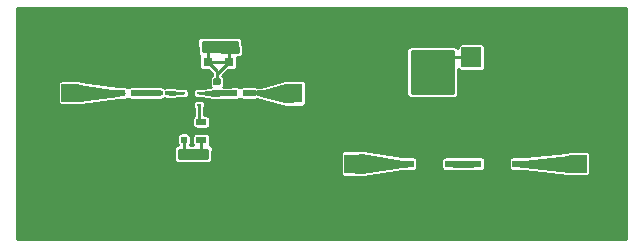
<source format=gtl>
G04 #@! TF.GenerationSoftware,KiCad,Pcbnew,(5.0.1)-4*
G04 #@! TF.CreationDate,2019-05-20T12:51:24-07:00*
G04 #@! TF.ProjectId,Tripler_circuit,547269706C65725F636972637569742E,rev?*
G04 #@! TF.SameCoordinates,Original*
G04 #@! TF.FileFunction,Copper,L1,Top,Signal*
G04 #@! TF.FilePolarity,Positive*
%FSLAX46Y46*%
G04 Gerber Fmt 4.6, Leading zero omitted, Abs format (unit mm)*
G04 Created by KiCad (PCBNEW (5.0.1)-4) date 5/20/2019 12:51:24 PM*
%MOMM*%
%LPD*%
G01*
G04 APERTURE LIST*
G04 #@! TA.AperFunction,SMDPad,CuDef*
%ADD10R,1.520000X1.650000*%
G04 #@! TD*
G04 #@! TA.AperFunction,ViaPad*
%ADD11C,0.600000*%
G04 #@! TD*
G04 #@! TA.AperFunction,SMDPad,CuDef*
%ADD12R,1.900000X1.900000*%
G04 #@! TD*
G04 #@! TA.AperFunction,SMDPad,CuDef*
%ADD13R,1.500000X1.500000*%
G04 #@! TD*
G04 #@! TA.AperFunction,SMDPad,CuDef*
%ADD14R,0.990000X0.610000*%
G04 #@! TD*
G04 #@! TA.AperFunction,SMDPad,CuDef*
%ADD15R,1.750000X0.990000*%
G04 #@! TD*
G04 #@! TA.AperFunction,ComponentPad*
%ADD16C,0.600000*%
G04 #@! TD*
G04 #@! TA.AperFunction,Conductor*
%ADD17C,0.200000*%
G04 #@! TD*
G04 #@! TA.AperFunction,SMDPad,CuDef*
%ADD18C,0.590000*%
G04 #@! TD*
G04 #@! TA.AperFunction,SMDPad,CuDef*
%ADD19R,0.600000X0.500000*%
G04 #@! TD*
G04 #@! TA.AperFunction,SMDPad,CuDef*
%ADD20R,0.500000X0.600000*%
G04 #@! TD*
G04 #@! TA.AperFunction,SMDPad,CuDef*
%ADD21R,0.800000X0.750000*%
G04 #@! TD*
G04 #@! TA.AperFunction,SMDPad,CuDef*
%ADD22C,0.400000*%
G04 #@! TD*
G04 #@! TA.AperFunction,SMDPad,CuDef*
%ADD23R,0.900000X0.500000*%
G04 #@! TD*
G04 #@! TA.AperFunction,SMDPad,CuDef*
%ADD24R,0.350000X0.250000*%
G04 #@! TD*
G04 #@! TA.AperFunction,SMDPad,CuDef*
%ADD25R,0.600000X1.200000*%
G04 #@! TD*
G04 #@! TA.AperFunction,ComponentPad*
%ADD26R,1.700000X1.700000*%
G04 #@! TD*
G04 #@! TA.AperFunction,ComponentPad*
%ADD27O,1.700000X1.700000*%
G04 #@! TD*
G04 #@! TA.AperFunction,ViaPad*
%ADD28C,0.800000*%
G04 #@! TD*
G04 #@! TA.AperFunction,ViaPad*
%ADD29C,0.350000*%
G04 #@! TD*
G04 #@! TA.AperFunction,Conductor*
%ADD30C,0.250000*%
G04 #@! TD*
G04 #@! TA.AperFunction,Conductor*
%ADD31C,0.500000*%
G04 #@! TD*
G04 #@! TA.AperFunction,Conductor*
%ADD32C,0.254000*%
G04 #@! TD*
G04 APERTURE END LIST*
D10*
G04 #@! TO.P,U1,1*
G04 #@! TO.N,/Amp_out*
X123600000Y-89405000D03*
G04 #@! TO.P,U1,2*
G04 #@! TO.N,GND*
X126140000Y-89405000D03*
G04 #@! TO.P,U1,3*
X128680000Y-89405000D03*
G04 #@! TO.P,U1,4*
G04 #@! TO.N,Net-(U1-Pad4)*
X128680000Y-95375000D03*
G04 #@! TO.P,U1,5*
G04 #@! TO.N,GND*
X126140000Y-95375000D03*
G04 #@! TO.P,U1,6*
X123600000Y-95375000D03*
D11*
G04 #@! TD*
G04 #@! TO.N,GND*
G04 #@! TO.C,U1*
X126140000Y-90890000D03*
G04 #@! TO.N,GND*
G04 #@! TO.C,U1*
X127410000Y-90890000D03*
X128680000Y-90890000D03*
X128680000Y-92390000D03*
X127410000Y-92390000D03*
X126140000Y-92390000D03*
X124870000Y-92390000D03*
X123600000Y-92390000D03*
X123600000Y-93890000D03*
X124870000Y-93890000D03*
X126140000Y-93890000D03*
G04 #@! TD*
D12*
G04 #@! TO.P,CON1,2*
G04 #@! TO.N,GND*
X107105000Y-87015000D03*
X107105000Y-91765000D03*
X102355000Y-91765000D03*
X102355000Y-87015000D03*
D13*
G04 #@! TO.P,CON1,1*
G04 #@! TO.N,Net-(C1-Pad1)*
X104730000Y-89390000D03*
G04 #@! TD*
G04 #@! TO.P,CON2,1*
G04 #@! TO.N,Net-(CON2-Pad1)*
X147700000Y-95380000D03*
D12*
G04 #@! TO.P,CON2,2*
G04 #@! TO.N,GND*
X145325000Y-93005000D03*
X145325000Y-97755000D03*
X150075000Y-97755000D03*
X150075000Y-93005000D03*
G04 #@! TD*
D14*
G04 #@! TO.P,U3,1*
G04 #@! TO.N,Net-(U1-Pad4)*
X133315000Y-95380000D03*
D15*
G04 #@! TO.P,U3,2*
G04 #@! TO.N,GND*
X135130000Y-96395000D03*
D14*
G04 #@! TO.P,U3,3*
G04 #@! TO.N,Net-(U3-Pad3)*
X136945000Y-95380000D03*
D15*
G04 #@! TO.P,U3,4*
G04 #@! TO.N,GND*
X135130000Y-94365000D03*
D16*
G04 #@! TO.P,U3,2*
X134560000Y-96580000D03*
X135700000Y-96580000D03*
G04 #@! TO.P,U3,4*
X134560000Y-94180000D03*
X135700000Y-94180000D03*
G04 #@! TD*
G04 #@! TO.P,U5,4*
G04 #@! TO.N,GND*
X141420000Y-94170000D03*
X140280000Y-94170000D03*
G04 #@! TO.P,U5,2*
X141420000Y-96570000D03*
X140280000Y-96570000D03*
D15*
G04 #@! TO.P,U5,4*
X140850000Y-94355000D03*
D14*
G04 #@! TO.P,U5,3*
G04 #@! TO.N,Net-(CON2-Pad1)*
X142665000Y-95370000D03*
D15*
G04 #@! TO.P,U5,2*
G04 #@! TO.N,GND*
X140850000Y-96385000D03*
D14*
G04 #@! TO.P,U5,1*
G04 #@! TO.N,Net-(U3-Pad3)*
X139035000Y-95370000D03*
G04 #@! TD*
D17*
G04 #@! TO.N,+5V*
G04 #@! TO.C,L1*
G36*
X117336958Y-88145710D02*
X117351276Y-88147834D01*
X117365317Y-88151351D01*
X117378946Y-88156228D01*
X117392031Y-88162417D01*
X117404447Y-88169858D01*
X117416073Y-88178481D01*
X117426798Y-88188202D01*
X117436519Y-88198927D01*
X117445142Y-88210553D01*
X117452583Y-88222969D01*
X117458772Y-88236054D01*
X117463649Y-88249683D01*
X117467166Y-88263724D01*
X117469290Y-88278042D01*
X117470000Y-88292500D01*
X117470000Y-88587500D01*
X117469290Y-88601958D01*
X117467166Y-88616276D01*
X117463649Y-88630317D01*
X117458772Y-88643946D01*
X117452583Y-88657031D01*
X117445142Y-88669447D01*
X117436519Y-88681073D01*
X117426798Y-88691798D01*
X117416073Y-88701519D01*
X117404447Y-88710142D01*
X117392031Y-88717583D01*
X117378946Y-88723772D01*
X117365317Y-88728649D01*
X117351276Y-88732166D01*
X117336958Y-88734290D01*
X117322500Y-88735000D01*
X116977500Y-88735000D01*
X116963042Y-88734290D01*
X116948724Y-88732166D01*
X116934683Y-88728649D01*
X116921054Y-88723772D01*
X116907969Y-88717583D01*
X116895553Y-88710142D01*
X116883927Y-88701519D01*
X116873202Y-88691798D01*
X116863481Y-88681073D01*
X116854858Y-88669447D01*
X116847417Y-88657031D01*
X116841228Y-88643946D01*
X116836351Y-88630317D01*
X116832834Y-88616276D01*
X116830710Y-88601958D01*
X116830000Y-88587500D01*
X116830000Y-88292500D01*
X116830710Y-88278042D01*
X116832834Y-88263724D01*
X116836351Y-88249683D01*
X116841228Y-88236054D01*
X116847417Y-88222969D01*
X116854858Y-88210553D01*
X116863481Y-88198927D01*
X116873202Y-88188202D01*
X116883927Y-88178481D01*
X116895553Y-88169858D01*
X116907969Y-88162417D01*
X116921054Y-88156228D01*
X116934683Y-88151351D01*
X116948724Y-88147834D01*
X116963042Y-88145710D01*
X116977500Y-88145000D01*
X117322500Y-88145000D01*
X117336958Y-88145710D01*
X117336958Y-88145710D01*
G37*
D18*
G04 #@! TD*
G04 #@! TO.P,L1,1*
G04 #@! TO.N,+5V*
X117150000Y-88440000D03*
D17*
G04 #@! TO.N,Net-(C4-Pad2)*
G04 #@! TO.C,L1*
G36*
X117336958Y-89115710D02*
X117351276Y-89117834D01*
X117365317Y-89121351D01*
X117378946Y-89126228D01*
X117392031Y-89132417D01*
X117404447Y-89139858D01*
X117416073Y-89148481D01*
X117426798Y-89158202D01*
X117436519Y-89168927D01*
X117445142Y-89180553D01*
X117452583Y-89192969D01*
X117458772Y-89206054D01*
X117463649Y-89219683D01*
X117467166Y-89233724D01*
X117469290Y-89248042D01*
X117470000Y-89262500D01*
X117470000Y-89557500D01*
X117469290Y-89571958D01*
X117467166Y-89586276D01*
X117463649Y-89600317D01*
X117458772Y-89613946D01*
X117452583Y-89627031D01*
X117445142Y-89639447D01*
X117436519Y-89651073D01*
X117426798Y-89661798D01*
X117416073Y-89671519D01*
X117404447Y-89680142D01*
X117392031Y-89687583D01*
X117378946Y-89693772D01*
X117365317Y-89698649D01*
X117351276Y-89702166D01*
X117336958Y-89704290D01*
X117322500Y-89705000D01*
X116977500Y-89705000D01*
X116963042Y-89704290D01*
X116948724Y-89702166D01*
X116934683Y-89698649D01*
X116921054Y-89693772D01*
X116907969Y-89687583D01*
X116895553Y-89680142D01*
X116883927Y-89671519D01*
X116873202Y-89661798D01*
X116863481Y-89651073D01*
X116854858Y-89639447D01*
X116847417Y-89627031D01*
X116841228Y-89613946D01*
X116836351Y-89600317D01*
X116832834Y-89586276D01*
X116830710Y-89571958D01*
X116830000Y-89557500D01*
X116830000Y-89262500D01*
X116830710Y-89248042D01*
X116832834Y-89233724D01*
X116836351Y-89219683D01*
X116841228Y-89206054D01*
X116847417Y-89192969D01*
X116854858Y-89180553D01*
X116863481Y-89168927D01*
X116873202Y-89158202D01*
X116883927Y-89148481D01*
X116895553Y-89139858D01*
X116907969Y-89132417D01*
X116921054Y-89126228D01*
X116934683Y-89121351D01*
X116948724Y-89117834D01*
X116963042Y-89115710D01*
X116977500Y-89115000D01*
X117322500Y-89115000D01*
X117336958Y-89115710D01*
X117336958Y-89115710D01*
G37*
D18*
G04 #@! TD*
G04 #@! TO.P,L1,2*
G04 #@! TO.N,Net-(C4-Pad2)*
X117150000Y-89410000D03*
D19*
G04 #@! TO.P,C1,2*
G04 #@! TO.N,Net-(C1-Pad2)*
X110100000Y-89400000D03*
G04 #@! TO.P,C1,1*
G04 #@! TO.N,Net-(C1-Pad1)*
X109100000Y-89400000D03*
G04 #@! TD*
D20*
G04 #@! TO.P,C2,2*
G04 #@! TO.N,Net-(C1-Pad2)*
X111275000Y-89400000D03*
G04 #@! TO.P,C2,1*
G04 #@! TO.N,GND*
X111275000Y-88400000D03*
G04 #@! TD*
G04 #@! TO.P,C3,1*
G04 #@! TO.N,GND*
X114350000Y-92350000D03*
G04 #@! TO.P,C3,2*
G04 #@! TO.N,+5V*
X114350000Y-93350000D03*
G04 #@! TD*
D19*
G04 #@! TO.P,C4,1*
G04 #@! TO.N,/Amp_out*
X119600000Y-89400000D03*
G04 #@! TO.P,C4,2*
G04 #@! TO.N,Net-(C4-Pad2)*
X118600000Y-89400000D03*
G04 #@! TD*
D21*
G04 #@! TO.P,C5,2*
G04 #@! TO.N,+5V*
X116350000Y-86750000D03*
G04 #@! TO.P,C5,1*
G04 #@! TO.N,GND*
X114850000Y-86750000D03*
G04 #@! TD*
G04 #@! TO.P,C6,1*
G04 #@! TO.N,GND*
X119675000Y-86750000D03*
G04 #@! TO.P,C6,2*
G04 #@! TO.N,+5V*
X118175000Y-86750000D03*
G04 #@! TD*
D17*
G04 #@! TO.N,/Amp_out*
G04 #@! TO.C,C7*
G36*
X120784802Y-89165482D02*
X120794509Y-89166921D01*
X120804028Y-89169306D01*
X120813268Y-89172612D01*
X120822140Y-89176808D01*
X120830557Y-89181853D01*
X120838439Y-89187699D01*
X120845711Y-89194289D01*
X120852301Y-89201561D01*
X120858147Y-89209443D01*
X120863192Y-89217860D01*
X120867388Y-89226732D01*
X120870694Y-89235972D01*
X120873079Y-89245491D01*
X120874518Y-89255198D01*
X120875000Y-89265000D01*
X120875000Y-89525000D01*
X120874518Y-89534802D01*
X120873079Y-89544509D01*
X120870694Y-89554028D01*
X120867388Y-89563268D01*
X120863192Y-89572140D01*
X120858147Y-89580557D01*
X120852301Y-89588439D01*
X120845711Y-89595711D01*
X120838439Y-89602301D01*
X120830557Y-89608147D01*
X120822140Y-89613192D01*
X120813268Y-89617388D01*
X120804028Y-89620694D01*
X120794509Y-89623079D01*
X120784802Y-89624518D01*
X120775000Y-89625000D01*
X120575000Y-89625000D01*
X120565198Y-89624518D01*
X120555491Y-89623079D01*
X120545972Y-89620694D01*
X120536732Y-89617388D01*
X120527860Y-89613192D01*
X120519443Y-89608147D01*
X120511561Y-89602301D01*
X120504289Y-89595711D01*
X120497699Y-89588439D01*
X120491853Y-89580557D01*
X120486808Y-89572140D01*
X120482612Y-89563268D01*
X120479306Y-89554028D01*
X120476921Y-89544509D01*
X120475482Y-89534802D01*
X120475000Y-89525000D01*
X120475000Y-89265000D01*
X120475482Y-89255198D01*
X120476921Y-89245491D01*
X120479306Y-89235972D01*
X120482612Y-89226732D01*
X120486808Y-89217860D01*
X120491853Y-89209443D01*
X120497699Y-89201561D01*
X120504289Y-89194289D01*
X120511561Y-89187699D01*
X120519443Y-89181853D01*
X120527860Y-89176808D01*
X120536732Y-89172612D01*
X120545972Y-89169306D01*
X120555491Y-89166921D01*
X120565198Y-89165482D01*
X120575000Y-89165000D01*
X120775000Y-89165000D01*
X120784802Y-89165482D01*
X120784802Y-89165482D01*
G37*
D22*
G04 #@! TD*
G04 #@! TO.P,C7,1*
G04 #@! TO.N,/Amp_out*
X120675000Y-89395000D03*
D17*
G04 #@! TO.N,GND*
G04 #@! TO.C,C7*
G36*
X120784802Y-88525482D02*
X120794509Y-88526921D01*
X120804028Y-88529306D01*
X120813268Y-88532612D01*
X120822140Y-88536808D01*
X120830557Y-88541853D01*
X120838439Y-88547699D01*
X120845711Y-88554289D01*
X120852301Y-88561561D01*
X120858147Y-88569443D01*
X120863192Y-88577860D01*
X120867388Y-88586732D01*
X120870694Y-88595972D01*
X120873079Y-88605491D01*
X120874518Y-88615198D01*
X120875000Y-88625000D01*
X120875000Y-88885000D01*
X120874518Y-88894802D01*
X120873079Y-88904509D01*
X120870694Y-88914028D01*
X120867388Y-88923268D01*
X120863192Y-88932140D01*
X120858147Y-88940557D01*
X120852301Y-88948439D01*
X120845711Y-88955711D01*
X120838439Y-88962301D01*
X120830557Y-88968147D01*
X120822140Y-88973192D01*
X120813268Y-88977388D01*
X120804028Y-88980694D01*
X120794509Y-88983079D01*
X120784802Y-88984518D01*
X120775000Y-88985000D01*
X120575000Y-88985000D01*
X120565198Y-88984518D01*
X120555491Y-88983079D01*
X120545972Y-88980694D01*
X120536732Y-88977388D01*
X120527860Y-88973192D01*
X120519443Y-88968147D01*
X120511561Y-88962301D01*
X120504289Y-88955711D01*
X120497699Y-88948439D01*
X120491853Y-88940557D01*
X120486808Y-88932140D01*
X120482612Y-88923268D01*
X120479306Y-88914028D01*
X120476921Y-88904509D01*
X120475482Y-88894802D01*
X120475000Y-88885000D01*
X120475000Y-88625000D01*
X120475482Y-88615198D01*
X120476921Y-88605491D01*
X120479306Y-88595972D01*
X120482612Y-88586732D01*
X120486808Y-88577860D01*
X120491853Y-88569443D01*
X120497699Y-88561561D01*
X120504289Y-88554289D01*
X120511561Y-88547699D01*
X120519443Y-88541853D01*
X120527860Y-88536808D01*
X120536732Y-88532612D01*
X120545972Y-88529306D01*
X120555491Y-88526921D01*
X120565198Y-88525482D01*
X120575000Y-88525000D01*
X120775000Y-88525000D01*
X120784802Y-88525482D01*
X120784802Y-88525482D01*
G37*
D22*
G04 #@! TD*
G04 #@! TO.P,C7,2*
G04 #@! TO.N,GND*
X120675000Y-88755000D03*
D17*
G04 #@! TO.N,Net-(C1-Pad2)*
G04 #@! TO.C,L2*
G36*
X112494802Y-89200482D02*
X112504509Y-89201921D01*
X112514028Y-89204306D01*
X112523268Y-89207612D01*
X112532140Y-89211808D01*
X112540557Y-89216853D01*
X112548439Y-89222699D01*
X112555711Y-89229289D01*
X112562301Y-89236561D01*
X112568147Y-89244443D01*
X112573192Y-89252860D01*
X112577388Y-89261732D01*
X112580694Y-89270972D01*
X112583079Y-89280491D01*
X112584518Y-89290198D01*
X112585000Y-89300000D01*
X112585000Y-89500000D01*
X112584518Y-89509802D01*
X112583079Y-89519509D01*
X112580694Y-89529028D01*
X112577388Y-89538268D01*
X112573192Y-89547140D01*
X112568147Y-89555557D01*
X112562301Y-89563439D01*
X112555711Y-89570711D01*
X112548439Y-89577301D01*
X112540557Y-89583147D01*
X112532140Y-89588192D01*
X112523268Y-89592388D01*
X112514028Y-89595694D01*
X112504509Y-89598079D01*
X112494802Y-89599518D01*
X112485000Y-89600000D01*
X112225000Y-89600000D01*
X112215198Y-89599518D01*
X112205491Y-89598079D01*
X112195972Y-89595694D01*
X112186732Y-89592388D01*
X112177860Y-89588192D01*
X112169443Y-89583147D01*
X112161561Y-89577301D01*
X112154289Y-89570711D01*
X112147699Y-89563439D01*
X112141853Y-89555557D01*
X112136808Y-89547140D01*
X112132612Y-89538268D01*
X112129306Y-89529028D01*
X112126921Y-89519509D01*
X112125482Y-89509802D01*
X112125000Y-89500000D01*
X112125000Y-89300000D01*
X112125482Y-89290198D01*
X112126921Y-89280491D01*
X112129306Y-89270972D01*
X112132612Y-89261732D01*
X112136808Y-89252860D01*
X112141853Y-89244443D01*
X112147699Y-89236561D01*
X112154289Y-89229289D01*
X112161561Y-89222699D01*
X112169443Y-89216853D01*
X112177860Y-89211808D01*
X112186732Y-89207612D01*
X112195972Y-89204306D01*
X112205491Y-89201921D01*
X112215198Y-89200482D01*
X112225000Y-89200000D01*
X112485000Y-89200000D01*
X112494802Y-89200482D01*
X112494802Y-89200482D01*
G37*
D22*
G04 #@! TD*
G04 #@! TO.P,L2,1*
G04 #@! TO.N,Net-(C1-Pad2)*
X112355000Y-89400000D03*
D17*
G04 #@! TO.N,Net-(L2-Pad2)*
G04 #@! TO.C,L2*
G36*
X113134802Y-89200482D02*
X113144509Y-89201921D01*
X113154028Y-89204306D01*
X113163268Y-89207612D01*
X113172140Y-89211808D01*
X113180557Y-89216853D01*
X113188439Y-89222699D01*
X113195711Y-89229289D01*
X113202301Y-89236561D01*
X113208147Y-89244443D01*
X113213192Y-89252860D01*
X113217388Y-89261732D01*
X113220694Y-89270972D01*
X113223079Y-89280491D01*
X113224518Y-89290198D01*
X113225000Y-89300000D01*
X113225000Y-89500000D01*
X113224518Y-89509802D01*
X113223079Y-89519509D01*
X113220694Y-89529028D01*
X113217388Y-89538268D01*
X113213192Y-89547140D01*
X113208147Y-89555557D01*
X113202301Y-89563439D01*
X113195711Y-89570711D01*
X113188439Y-89577301D01*
X113180557Y-89583147D01*
X113172140Y-89588192D01*
X113163268Y-89592388D01*
X113154028Y-89595694D01*
X113144509Y-89598079D01*
X113134802Y-89599518D01*
X113125000Y-89600000D01*
X112865000Y-89600000D01*
X112855198Y-89599518D01*
X112845491Y-89598079D01*
X112835972Y-89595694D01*
X112826732Y-89592388D01*
X112817860Y-89588192D01*
X112809443Y-89583147D01*
X112801561Y-89577301D01*
X112794289Y-89570711D01*
X112787699Y-89563439D01*
X112781853Y-89555557D01*
X112776808Y-89547140D01*
X112772612Y-89538268D01*
X112769306Y-89529028D01*
X112766921Y-89519509D01*
X112765482Y-89509802D01*
X112765000Y-89500000D01*
X112765000Y-89300000D01*
X112765482Y-89290198D01*
X112766921Y-89280491D01*
X112769306Y-89270972D01*
X112772612Y-89261732D01*
X112776808Y-89252860D01*
X112781853Y-89244443D01*
X112787699Y-89236561D01*
X112794289Y-89229289D01*
X112801561Y-89222699D01*
X112809443Y-89216853D01*
X112817860Y-89211808D01*
X112826732Y-89207612D01*
X112835972Y-89204306D01*
X112845491Y-89201921D01*
X112855198Y-89200482D01*
X112865000Y-89200000D01*
X113125000Y-89200000D01*
X113134802Y-89200482D01*
X113134802Y-89200482D01*
G37*
D22*
G04 #@! TD*
G04 #@! TO.P,L2,2*
G04 #@! TO.N,Net-(L2-Pad2)*
X112995000Y-89400000D03*
D23*
G04 #@! TO.P,R3,2*
G04 #@! TO.N,Net-(R3-Pad2)*
X115825000Y-91850000D03*
G04 #@! TO.P,R3,1*
G04 #@! TO.N,+5V*
X115825000Y-93350000D03*
G04 #@! TD*
D24*
G04 #@! TO.P,U2,1*
G04 #@! TO.N,GND*
X114275000Y-88900000D03*
G04 #@! TO.P,U2,2*
G04 #@! TO.N,Net-(L2-Pad2)*
X114275000Y-89400000D03*
G04 #@! TO.P,U2,3*
G04 #@! TO.N,GND*
X114275000Y-89900000D03*
G04 #@! TO.P,U2,4*
X114275000Y-90400000D03*
G04 #@! TO.P,U2,5*
G04 #@! TO.N,Net-(R3-Pad2)*
X115625000Y-90400000D03*
G04 #@! TO.P,U2,6*
G04 #@! TO.N,GND*
X115625000Y-89900000D03*
G04 #@! TO.P,U2,7*
G04 #@! TO.N,Net-(C4-Pad2)*
X115625000Y-89400000D03*
G04 #@! TO.P,U2,8*
G04 #@! TO.N,GND*
X115625000Y-88900000D03*
D25*
G04 #@! TO.P,U2,9*
X114950000Y-89650000D03*
G04 #@! TD*
D26*
G04 #@! TO.P,J1,1*
G04 #@! TO.N,+5V*
X138684000Y-86360000D03*
D27*
G04 #@! TO.P,J1,2*
G04 #@! TO.N,GND*
X141224000Y-86360000D03*
G04 #@! TD*
D28*
G04 #@! TO.N,+5V*
X136800000Y-86375000D03*
X135400000Y-86375000D03*
X135400000Y-87650000D03*
X136800000Y-87650000D03*
X136775000Y-89050000D03*
X135425000Y-89050000D03*
X134025000Y-89050000D03*
X134025000Y-87750000D03*
X134025000Y-86425000D03*
X114350000Y-94575000D03*
X115850000Y-94575000D03*
X116350000Y-85450000D03*
X117350000Y-85450000D03*
X118350000Y-85450000D03*
G04 #@! TO.N,GND*
X147600000Y-93050000D03*
X150100000Y-95450000D03*
X147625000Y-97675000D03*
X123625000Y-97150000D03*
X126125000Y-87625000D03*
X102300000Y-89525000D03*
X104625000Y-87100000D03*
X104650000Y-91750000D03*
X141900000Y-88975000D03*
X143175000Y-89000000D03*
X144475000Y-89050000D03*
X144500000Y-87750000D03*
X143225000Y-87700000D03*
X143225000Y-86375000D03*
X144525000Y-86400000D03*
X111300000Y-87275000D03*
X114875000Y-87950000D03*
X116050000Y-87950000D03*
X127375000Y-87625000D03*
X128650000Y-87625000D03*
X130050000Y-87600000D03*
X124925000Y-97150000D03*
X130450000Y-88750000D03*
X130575000Y-90200000D03*
X130625000Y-91675000D03*
X126075000Y-97175000D03*
X127425000Y-97175000D03*
X128550000Y-97175000D03*
X102325000Y-85150000D03*
X103700000Y-85175000D03*
X105175000Y-85175000D03*
X106625000Y-85225000D03*
X108000000Y-85225000D03*
X102300000Y-93650000D03*
X103575000Y-93650000D03*
X104925000Y-93650000D03*
X106375000Y-93700000D03*
X107700000Y-93700000D03*
X108900000Y-93025000D03*
X143600000Y-92975000D03*
X143525000Y-91600000D03*
X144575000Y-91050000D03*
X145900000Y-91100000D03*
X147300000Y-91075000D03*
X148650000Y-91075000D03*
X150150000Y-91125000D03*
X151300000Y-91100000D03*
X149200000Y-99600000D03*
X144225000Y-99525000D03*
X148050000Y-99525000D03*
X146800000Y-99550000D03*
X150350000Y-99550000D03*
X145425000Y-99550000D03*
D29*
X108550000Y-88500000D03*
X109100000Y-88500000D03*
X109650000Y-88500000D03*
X110300000Y-88500000D03*
X112100000Y-88475000D03*
X112650000Y-88475000D03*
X113200000Y-88500000D03*
X113625000Y-88775000D03*
X108600000Y-90300000D03*
X109175000Y-90300000D03*
X109775000Y-90300000D03*
X110350000Y-90300000D03*
X110950000Y-90300000D03*
X111550000Y-90325000D03*
X112100000Y-90325000D03*
X112675000Y-90350000D03*
X113350000Y-90350000D03*
X113700000Y-90950000D03*
X114200000Y-91425000D03*
X116300000Y-90000000D03*
X116850000Y-90225000D03*
X117475000Y-90250000D03*
X118050000Y-90250000D03*
X118650000Y-90250000D03*
X119250000Y-90250000D03*
X119900000Y-90250000D03*
X120500000Y-90250000D03*
X121200000Y-90275000D03*
X121825000Y-90450000D03*
X122425000Y-90675000D03*
X120000000Y-88625000D03*
X119350000Y-88600000D03*
X118750000Y-88600000D03*
X118025000Y-88600000D03*
X121400000Y-88600000D03*
X122025000Y-88400000D03*
X122650000Y-88100000D03*
X123225000Y-88100000D03*
X123850000Y-88100000D03*
X124525000Y-88100000D03*
X129825000Y-96750000D03*
X130500000Y-96575000D03*
X131175000Y-96500000D03*
X131900000Y-96325000D03*
X132550000Y-96275000D03*
X133200000Y-96450000D03*
X133700000Y-96875000D03*
X133400000Y-94375000D03*
X132400000Y-94375000D03*
X131675000Y-94300000D03*
X130925000Y-94200000D03*
X130250000Y-94075000D03*
X129425000Y-93950000D03*
X136700000Y-94325000D03*
X137450000Y-94325000D03*
X138175000Y-94325000D03*
X138875000Y-94325000D03*
X139500000Y-94325000D03*
X136650000Y-96350000D03*
X137325000Y-96325000D03*
X138000000Y-96325000D03*
X138675000Y-96350000D03*
X139375000Y-96450000D03*
X142425000Y-94375000D03*
X143250000Y-94400000D03*
X144000000Y-94400000D03*
X142400000Y-96350000D03*
X143200000Y-96300000D03*
X144025000Y-96325000D03*
D28*
X111175000Y-92400000D03*
X111200000Y-95225000D03*
X109000000Y-95375000D03*
X120500000Y-97200000D03*
X120475000Y-94700000D03*
X120500000Y-92300000D03*
X118675000Y-92400000D03*
X118625000Y-94800000D03*
X118725000Y-97400000D03*
X116475000Y-97450000D03*
X116425000Y-100000000D03*
X118750000Y-100025000D03*
X120925000Y-100000000D03*
X123700000Y-100000000D03*
X126300000Y-100000000D03*
X129325000Y-100000000D03*
X132750000Y-100125000D03*
X136725000Y-100200000D03*
X138125000Y-97825000D03*
X140500000Y-100200000D03*
X132575000Y-92200000D03*
X135275000Y-91125000D03*
X138625000Y-91125000D03*
X140925000Y-91125000D03*
X150150000Y-88550000D03*
X150100000Y-84650000D03*
X147000000Y-84700000D03*
X146950000Y-87525000D03*
X143325000Y-83775000D03*
X140200000Y-83650000D03*
X137275000Y-83725000D03*
X134350000Y-83775000D03*
X131175000Y-83875000D03*
X128225000Y-83950000D03*
X124950000Y-83925000D03*
X121300000Y-83925000D03*
X121200000Y-86775000D03*
G04 #@! TD*
D30*
G04 #@! TO.N,Net-(C1-Pad1)*
X109270000Y-89390000D02*
X109280000Y-89400000D01*
D31*
X109090000Y-89390000D02*
X109100000Y-89400000D01*
X104730000Y-89390000D02*
X109090000Y-89390000D01*
G04 #@! TO.N,Net-(C1-Pad2)*
X110100000Y-89400000D02*
X111275000Y-89400000D01*
X112025000Y-89400000D02*
X112336990Y-89400000D01*
X111275000Y-89400000D02*
X112025000Y-89400000D01*
D30*
G04 #@! TO.N,+5V*
X135400000Y-86375000D02*
X135400000Y-87650000D01*
X136800000Y-87650000D02*
X136800000Y-89025000D01*
X136800000Y-89025000D02*
X136775000Y-89050000D01*
X135425000Y-89050000D02*
X134025000Y-89050000D01*
X134025000Y-87750000D02*
X134025000Y-86425000D01*
X114350000Y-93350000D02*
X114350000Y-94575000D01*
X115825000Y-93350000D02*
X115825000Y-94550000D01*
X115825000Y-94550000D02*
X115850000Y-94575000D01*
X114350000Y-94575000D02*
X115850000Y-94575000D01*
X117150000Y-87550000D02*
X116350000Y-86750000D01*
X117150000Y-88440000D02*
X117150000Y-87550000D01*
X117150000Y-87775000D02*
X118175000Y-86750000D01*
X117150000Y-88440000D02*
X117150000Y-87775000D01*
X116350000Y-86750000D02*
X118175000Y-86750000D01*
X116350000Y-86750000D02*
X116350000Y-85450000D01*
X117350000Y-85450000D02*
X118350000Y-85450000D01*
X118175000Y-85625000D02*
X118350000Y-85450000D01*
X118175000Y-86750000D02*
X118175000Y-85625000D01*
X136815000Y-86360000D02*
X136800000Y-86375000D01*
X138684000Y-86360000D02*
X136815000Y-86360000D01*
G04 #@! TO.N,GND*
X145325000Y-93005000D02*
X147555000Y-93005000D01*
X147555000Y-93005000D02*
X147600000Y-93050000D01*
X147645000Y-93005000D02*
X147600000Y-93050000D01*
X150075000Y-93005000D02*
X147645000Y-93005000D01*
X150075000Y-97755000D02*
X150075000Y-95475000D01*
X150075000Y-95475000D02*
X150100000Y-95450000D01*
X150075000Y-95425000D02*
X150100000Y-95450000D01*
X150075000Y-93005000D02*
X150075000Y-95425000D01*
X150075000Y-97755000D02*
X147705000Y-97755000D01*
X147705000Y-97755000D02*
X147625000Y-97675000D01*
X147545000Y-97755000D02*
X147625000Y-97675000D01*
X145325000Y-97755000D02*
X147545000Y-97755000D01*
X123600000Y-95375000D02*
X123600000Y-93890000D01*
X126140000Y-95375000D02*
X126140000Y-93890000D01*
X123600000Y-97125000D02*
X123625000Y-97150000D01*
X123600000Y-95375000D02*
X123600000Y-97125000D01*
X126140000Y-90890000D02*
X126140000Y-89405000D01*
X126140000Y-89405000D02*
X126140000Y-87640000D01*
X126140000Y-87640000D02*
X126125000Y-87625000D01*
X102355000Y-91765000D02*
X102355000Y-89580000D01*
X102355000Y-89580000D02*
X102300000Y-89525000D01*
X102355000Y-89470000D02*
X102300000Y-89525000D01*
X102355000Y-87015000D02*
X102355000Y-89470000D01*
X102355000Y-87015000D02*
X104540000Y-87015000D01*
X104540000Y-87015000D02*
X104625000Y-87100000D01*
X104710000Y-87015000D02*
X104625000Y-87100000D01*
X107105000Y-87015000D02*
X104710000Y-87015000D01*
X107105000Y-91765000D02*
X104665000Y-91765000D01*
X104665000Y-91765000D02*
X104650000Y-91750000D01*
X104635000Y-91765000D02*
X104650000Y-91750000D01*
X102355000Y-91765000D02*
X104635000Y-91765000D01*
X141900000Y-88975000D02*
X143150000Y-88975000D01*
X143150000Y-88975000D02*
X143175000Y-89000000D01*
X144475000Y-89050000D02*
X144475000Y-87775000D01*
X144475000Y-87775000D02*
X144500000Y-87750000D01*
X143225000Y-87700000D02*
X143225000Y-86375000D01*
X111275000Y-88400000D02*
X111275000Y-87300000D01*
X111275000Y-87300000D02*
X111300000Y-87275000D01*
X115625000Y-88375000D02*
X116050000Y-87950000D01*
X115625000Y-88900000D02*
X115625000Y-88375000D01*
X114950000Y-88025000D02*
X114875000Y-87950000D01*
X114950000Y-89650000D02*
X114950000Y-88025000D01*
X114850000Y-87925000D02*
X114875000Y-87950000D01*
X114850000Y-86750000D02*
X114850000Y-87925000D01*
X119675000Y-86750000D02*
X119675000Y-86925000D01*
X127375000Y-87625000D02*
X128650000Y-87625000D01*
X123625000Y-97150000D02*
X124925000Y-97150000D01*
X128680000Y-87655000D02*
X128650000Y-87625000D01*
X128680000Y-89405000D02*
X128680000Y-87655000D01*
X128680000Y-89405000D02*
X129795000Y-89405000D01*
X129795000Y-89405000D02*
X130450000Y-88750000D01*
X130575000Y-90200000D02*
X130575000Y-91625000D01*
X130575000Y-91625000D02*
X130625000Y-91675000D01*
X126075000Y-95440000D02*
X126140000Y-95375000D01*
X126075000Y-97175000D02*
X126075000Y-95440000D01*
X126075000Y-97175000D02*
X127425000Y-97175000D01*
X102355000Y-87015000D02*
X102355000Y-85180000D01*
X102355000Y-85180000D02*
X102325000Y-85150000D01*
X103700000Y-85175000D02*
X105175000Y-85175000D01*
X106625000Y-85225000D02*
X108000000Y-85225000D01*
X102355000Y-91765000D02*
X102355000Y-93595000D01*
X102355000Y-93595000D02*
X102300000Y-93650000D01*
X103575000Y-93650000D02*
X104925000Y-93650000D01*
X106375000Y-93700000D02*
X107700000Y-93700000D01*
X145325000Y-93005000D02*
X143630000Y-93005000D01*
X143630000Y-93005000D02*
X143600000Y-92975000D01*
X143525000Y-91600000D02*
X144025000Y-91600000D01*
X144025000Y-91600000D02*
X144575000Y-91050000D01*
X145900000Y-91100000D02*
X147275000Y-91100000D01*
X147275000Y-91100000D02*
X147300000Y-91075000D01*
X148650000Y-91075000D02*
X150100000Y-91075000D01*
X150100000Y-91075000D02*
X150150000Y-91125000D01*
X150075000Y-91200000D02*
X150150000Y-91125000D01*
X150075000Y-93005000D02*
X150075000Y-91200000D01*
X149200000Y-99600000D02*
X150300000Y-99600000D01*
X150300000Y-99600000D02*
X150350000Y-99550000D01*
X148025000Y-99550000D02*
X148050000Y-99525000D01*
X146800000Y-99550000D02*
X148025000Y-99550000D01*
X145400000Y-99525000D02*
X145425000Y-99550000D01*
X144225000Y-99525000D02*
X145400000Y-99525000D01*
X108550000Y-87260000D02*
X108550000Y-88500000D01*
X107105000Y-87015000D02*
X108305000Y-87015000D01*
X108305000Y-87015000D02*
X108550000Y-87260000D01*
X109100000Y-88500000D02*
X109650000Y-88500000D01*
X110400000Y-88400000D02*
X110300000Y-88500000D01*
X111275000Y-88400000D02*
X110400000Y-88400000D01*
X111275000Y-88400000D02*
X112025000Y-88400000D01*
X112025000Y-88400000D02*
X112100000Y-88475000D01*
X112650000Y-88475000D02*
X113175000Y-88475000D01*
X113175000Y-88475000D02*
X113200000Y-88500000D01*
X108600000Y-91470000D02*
X108600000Y-90300000D01*
X107105000Y-91765000D02*
X108305000Y-91765000D01*
X108305000Y-91765000D02*
X108600000Y-91470000D01*
X109175000Y-90300000D02*
X109775000Y-90300000D01*
X110350000Y-90300000D02*
X110950000Y-90300000D01*
X111550000Y-90325000D02*
X112100000Y-90325000D01*
X112675000Y-90350000D02*
X113350000Y-90350000D01*
X114350000Y-92350000D02*
X114350000Y-91575000D01*
X114350000Y-91575000D02*
X114200000Y-91425000D01*
X114275000Y-91350000D02*
X114200000Y-91425000D01*
X114275000Y-90400000D02*
X114275000Y-91350000D01*
X113800000Y-89900000D02*
X113350000Y-90350000D01*
X114275000Y-89900000D02*
X113800000Y-89900000D01*
X114275000Y-90400000D02*
X114275000Y-89900000D01*
X115625000Y-89900000D02*
X116200000Y-89900000D01*
X116200000Y-89900000D02*
X116300000Y-90000000D01*
X116850000Y-90225000D02*
X117450000Y-90225000D01*
X117450000Y-90225000D02*
X117475000Y-90250000D01*
X118050000Y-90250000D02*
X118650000Y-90250000D01*
X119250000Y-90250000D02*
X119900000Y-90250000D01*
X120500000Y-90250000D02*
X121175000Y-90250000D01*
X121175000Y-90250000D02*
X121200000Y-90275000D01*
X121825000Y-90450000D02*
X122200000Y-90450000D01*
X122200000Y-90450000D02*
X122425000Y-90675000D01*
X120675000Y-88755000D02*
X120130000Y-88755000D01*
X120130000Y-88755000D02*
X120000000Y-88625000D01*
X119350000Y-88600000D02*
X118750000Y-88600000D01*
X120675000Y-88755000D02*
X121245000Y-88755000D01*
X121245000Y-88755000D02*
X121400000Y-88600000D01*
X122025000Y-88400000D02*
X122350000Y-88400000D01*
X122350000Y-88400000D02*
X122650000Y-88100000D01*
X123225000Y-88100000D02*
X123850000Y-88100000D01*
X128550000Y-97175000D02*
X129400000Y-97175000D01*
X129400000Y-97175000D02*
X129825000Y-96750000D01*
X130500000Y-96575000D02*
X131100000Y-96575000D01*
X131100000Y-96575000D02*
X131175000Y-96500000D01*
X131900000Y-96325000D02*
X132500000Y-96325000D01*
X132500000Y-96325000D02*
X132550000Y-96275000D01*
X133200000Y-96450000D02*
X133275000Y-96450000D01*
X133275000Y-96450000D02*
X133700000Y-96875000D01*
X133400000Y-94375000D02*
X132400000Y-94375000D01*
X131675000Y-94300000D02*
X131025000Y-94300000D01*
X131025000Y-94300000D02*
X130925000Y-94200000D01*
X130250000Y-94075000D02*
X129550000Y-94075000D01*
X129550000Y-94075000D02*
X129425000Y-93950000D01*
X136700000Y-94325000D02*
X137450000Y-94325000D01*
X138175000Y-94325000D02*
X138875000Y-94325000D01*
X135130000Y-96395000D02*
X136605000Y-96395000D01*
X136605000Y-96395000D02*
X136650000Y-96350000D01*
X137325000Y-96325000D02*
X138000000Y-96325000D01*
X138675000Y-96350000D02*
X139275000Y-96350000D01*
X139275000Y-96350000D02*
X139375000Y-96450000D01*
X142425000Y-94375000D02*
X143225000Y-94375000D01*
X143225000Y-94375000D02*
X143250000Y-94400000D01*
X140850000Y-96385000D02*
X142365000Y-96385000D01*
X142365000Y-96385000D02*
X142400000Y-96350000D01*
X143200000Y-96300000D02*
X144000000Y-96300000D01*
X144000000Y-96300000D02*
X144025000Y-96325000D01*
X108900000Y-93025000D02*
X110550000Y-93025000D01*
X110550000Y-93025000D02*
X111175000Y-92400000D01*
X111200000Y-95225000D02*
X109150000Y-95225000D01*
X109150000Y-95225000D02*
X109000000Y-95375000D01*
X120500000Y-97200000D02*
X120500000Y-94725000D01*
X120500000Y-94725000D02*
X120475000Y-94700000D01*
X120500000Y-92300000D02*
X118775000Y-92300000D01*
X118775000Y-92300000D02*
X118675000Y-92400000D01*
X118625000Y-94800000D02*
X118625000Y-97300000D01*
X118625000Y-97300000D02*
X118725000Y-97400000D01*
X116475000Y-97450000D02*
X116475000Y-99950000D01*
X116475000Y-99950000D02*
X116425000Y-100000000D01*
X118750000Y-100025000D02*
X120900000Y-100025000D01*
X120900000Y-100025000D02*
X120925000Y-100000000D01*
X123700000Y-100000000D02*
X126300000Y-100000000D01*
X129325000Y-100000000D02*
X132625000Y-100000000D01*
X132625000Y-100000000D02*
X132750000Y-100125000D01*
X136725000Y-100200000D02*
X136725000Y-99225000D01*
X136725000Y-99225000D02*
X138125000Y-97825000D01*
X143550000Y-100200000D02*
X144225000Y-99525000D01*
X140500000Y-100200000D02*
X143550000Y-100200000D01*
X130625000Y-91675000D02*
X132050000Y-91675000D01*
X132050000Y-91675000D02*
X132575000Y-92200000D01*
X135275000Y-91125000D02*
X138625000Y-91125000D01*
X148650000Y-91075000D02*
X148650000Y-90050000D01*
X148650000Y-90050000D02*
X150150000Y-88550000D01*
X150100000Y-84650000D02*
X147050000Y-84650000D01*
X147050000Y-84650000D02*
X147000000Y-84700000D01*
X146950000Y-84750000D02*
X147000000Y-84700000D01*
X146950000Y-87525000D02*
X146950000Y-84750000D01*
X147000000Y-84700000D02*
X144250000Y-84700000D01*
X144250000Y-84700000D02*
X143325000Y-83775000D01*
X140200000Y-83650000D02*
X137350000Y-83650000D01*
X137350000Y-83650000D02*
X137275000Y-83725000D01*
X134350000Y-83775000D02*
X131275000Y-83775000D01*
X131275000Y-83775000D02*
X131175000Y-83875000D01*
X128225000Y-83950000D02*
X124975000Y-83950000D01*
X124975000Y-83950000D02*
X124950000Y-83925000D01*
X121300000Y-83925000D02*
X121300000Y-86675000D01*
X121300000Y-86675000D02*
X121200000Y-86775000D01*
X121175000Y-86750000D02*
X121200000Y-86775000D01*
X119675000Y-86750000D02*
X121175000Y-86750000D01*
X141239000Y-86375000D02*
X141224000Y-86360000D01*
X143225000Y-86375000D02*
X141239000Y-86375000D01*
D31*
G04 #@! TO.N,Net-(CON2-Pad1)*
X142675000Y-95380000D02*
X142665000Y-95370000D01*
X147700000Y-95380000D02*
X142675000Y-95380000D01*
G04 #@! TO.N,Net-(U1-Pad4)*
X133310000Y-95375000D02*
X133315000Y-95380000D01*
X128680000Y-95375000D02*
X133310000Y-95375000D01*
G04 #@! TO.N,Net-(U3-Pad3)*
X136955000Y-95370000D02*
X136945000Y-95380000D01*
X139035000Y-95370000D02*
X136955000Y-95370000D01*
D30*
G04 #@! TO.N,/Amp_out*
X123595000Y-89410000D02*
X123600000Y-89405000D01*
X123595000Y-89400000D02*
X123600000Y-89405000D01*
X120670000Y-89400000D02*
X120675000Y-89395000D01*
X123590000Y-89395000D02*
X123600000Y-89405000D01*
D31*
X119600000Y-89400000D02*
X120400000Y-89400000D01*
X120993712Y-89413010D02*
X120675000Y-89413010D01*
X121001722Y-89405000D02*
X120993712Y-89413010D01*
X123600000Y-89405000D02*
X121001722Y-89405000D01*
D30*
X120991722Y-89395000D02*
X120675000Y-89395000D01*
X121001722Y-89405000D02*
X120991722Y-89395000D01*
X120405000Y-89395000D02*
X120400000Y-89400000D01*
X120675000Y-89395000D02*
X120405000Y-89395000D01*
G04 #@! TO.N,Net-(C4-Pad2)*
X117235000Y-89400000D02*
X117250000Y-89415000D01*
X118585000Y-89415000D02*
X118600000Y-89400000D01*
X117140000Y-89400000D02*
X117150000Y-89410000D01*
X115625000Y-89400000D02*
X117140000Y-89400000D01*
D31*
X118590000Y-89410000D02*
X118600000Y-89400000D01*
X117150000Y-89410000D02*
X118590000Y-89410000D01*
D30*
G04 #@! TO.N,Net-(L2-Pad2)*
X114275000Y-89400000D02*
X112995000Y-89400000D01*
G04 #@! TO.N,Net-(R3-Pad2)*
X115625000Y-91650000D02*
X115825000Y-91850000D01*
X115625000Y-90400000D02*
X115625000Y-91650000D01*
G04 #@! TD*
D32*
G04 #@! TO.N,GND*
G36*
X151765000Y-101727000D02*
X100203000Y-101727000D01*
X100203000Y-94083024D01*
X113495106Y-94083024D01*
X113520106Y-95033024D01*
X113542108Y-95139004D01*
X113607269Y-95238584D01*
X113705578Y-95305648D01*
X113822067Y-95329986D01*
X116422067Y-95354986D01*
X116527134Y-95337391D01*
X116629339Y-95276430D01*
X116700436Y-95180997D01*
X116729600Y-95065620D01*
X116756042Y-94550000D01*
X127609025Y-94550000D01*
X127609025Y-96200000D01*
X127632697Y-96319005D01*
X127700107Y-96419893D01*
X127800995Y-96487303D01*
X127920000Y-96510975D01*
X129440000Y-96510975D01*
X129545074Y-96490074D01*
X132787203Y-95989451D01*
X132820000Y-95995975D01*
X133810000Y-95995975D01*
X133929005Y-95972303D01*
X134029893Y-95904893D01*
X134097303Y-95804005D01*
X134120975Y-95685000D01*
X134120975Y-95075000D01*
X136139025Y-95075000D01*
X136139025Y-95685000D01*
X136162697Y-95804005D01*
X136230107Y-95904893D01*
X136330995Y-95972303D01*
X136450000Y-95995975D01*
X137440000Y-95995975D01*
X137520310Y-95980000D01*
X138509962Y-95980000D01*
X138540000Y-95985975D01*
X139530000Y-95985975D01*
X139649005Y-95962303D01*
X139749893Y-95894893D01*
X139817303Y-95794005D01*
X139840975Y-95675000D01*
X139840975Y-95065000D01*
X141859025Y-95065000D01*
X141859025Y-95675000D01*
X141882697Y-95794005D01*
X141950107Y-95894893D01*
X142050995Y-95962303D01*
X142170000Y-95985975D01*
X143160000Y-95985975D01*
X143168380Y-95984308D01*
X146840136Y-96419121D01*
X146950000Y-96440975D01*
X148450000Y-96440975D01*
X148569005Y-96417303D01*
X148669893Y-96349893D01*
X148737303Y-96249005D01*
X148760975Y-96130000D01*
X148760975Y-94630000D01*
X148737303Y-94510995D01*
X148669893Y-94410107D01*
X148569005Y-94342697D01*
X148450000Y-94319025D01*
X146950000Y-94319025D01*
X146830995Y-94342697D01*
X146801508Y-94362399D01*
X143201888Y-94762357D01*
X143160000Y-94754025D01*
X142170000Y-94754025D01*
X142050995Y-94777697D01*
X141950107Y-94845107D01*
X141882697Y-94945995D01*
X141859025Y-95065000D01*
X139840975Y-95065000D01*
X139817303Y-94945995D01*
X139749893Y-94845107D01*
X139649005Y-94777697D01*
X139530000Y-94754025D01*
X138540000Y-94754025D01*
X138459690Y-94770000D01*
X137470038Y-94770000D01*
X137440000Y-94764025D01*
X136450000Y-94764025D01*
X136330995Y-94787697D01*
X136230107Y-94855107D01*
X136162697Y-94955995D01*
X136139025Y-95075000D01*
X134120975Y-95075000D01*
X134097303Y-94955995D01*
X134029893Y-94855107D01*
X133929005Y-94787697D01*
X133810000Y-94764025D01*
X132834262Y-94764025D01*
X129543255Y-94259564D01*
X129440000Y-94239025D01*
X127920000Y-94239025D01*
X127800995Y-94262697D01*
X127700107Y-94330107D01*
X127632697Y-94430995D01*
X127609025Y-94550000D01*
X116756042Y-94550000D01*
X116779600Y-94090620D01*
X116756783Y-93958282D01*
X116690668Y-93859332D01*
X116591718Y-93793217D01*
X116521985Y-93779346D01*
X116562303Y-93719005D01*
X116585975Y-93600000D01*
X116585975Y-93100000D01*
X116562303Y-92980995D01*
X116494893Y-92880107D01*
X116394005Y-92812697D01*
X116275000Y-92789025D01*
X115375000Y-92789025D01*
X115255995Y-92812697D01*
X115155107Y-92880107D01*
X115087697Y-92980995D01*
X115064025Y-93100000D01*
X115064025Y-93600000D01*
X115087697Y-93719005D01*
X115121770Y-93770000D01*
X114886638Y-93770000D01*
X114887303Y-93769005D01*
X114910975Y-93650000D01*
X114910975Y-93050000D01*
X114887303Y-92930995D01*
X114819893Y-92830107D01*
X114719005Y-92762697D01*
X114600000Y-92739025D01*
X114100000Y-92739025D01*
X113980995Y-92762697D01*
X113880107Y-92830107D01*
X113812697Y-92930995D01*
X113789025Y-93050000D01*
X113789025Y-93650000D01*
X113812697Y-93769005D01*
X113813362Y-93770000D01*
X113800000Y-93770000D01*
X113675909Y-93796385D01*
X113578734Y-93865081D01*
X113515244Y-93965735D01*
X113495106Y-94083024D01*
X100203000Y-94083024D01*
X100203000Y-91600000D01*
X115064025Y-91600000D01*
X115064025Y-92100000D01*
X115087697Y-92219005D01*
X115155107Y-92319893D01*
X115255995Y-92387303D01*
X115375000Y-92410975D01*
X116275000Y-92410975D01*
X116394005Y-92387303D01*
X116494893Y-92319893D01*
X116562303Y-92219005D01*
X116585975Y-92100000D01*
X116585975Y-91600000D01*
X116562303Y-91480995D01*
X116494893Y-91380107D01*
X116394005Y-91312697D01*
X116275000Y-91289025D01*
X116055000Y-91289025D01*
X116055000Y-90692351D01*
X116087303Y-90644005D01*
X116110975Y-90525000D01*
X116110975Y-90275000D01*
X116087303Y-90155995D01*
X116019893Y-90055107D01*
X115919005Y-89987697D01*
X115800000Y-89964025D01*
X115637312Y-89964025D01*
X115625000Y-89961576D01*
X115612688Y-89964025D01*
X115450000Y-89964025D01*
X115330995Y-89987697D01*
X115230107Y-90055107D01*
X115162697Y-90155995D01*
X115139025Y-90275000D01*
X115139025Y-90525000D01*
X115162697Y-90644005D01*
X115195000Y-90692351D01*
X115195001Y-91353451D01*
X115155107Y-91380107D01*
X115087697Y-91480995D01*
X115064025Y-91600000D01*
X100203000Y-91600000D01*
X100203000Y-88640000D01*
X103669025Y-88640000D01*
X103669025Y-90140000D01*
X103692697Y-90259005D01*
X103760107Y-90359893D01*
X103860995Y-90427303D01*
X103980000Y-90450975D01*
X105480000Y-90450975D01*
X105599005Y-90427303D01*
X105621698Y-90412140D01*
X108791580Y-89959300D01*
X108800000Y-89960975D01*
X109075376Y-89960975D01*
X109099999Y-89965873D01*
X109124622Y-89960975D01*
X109400000Y-89960975D01*
X109519005Y-89937303D01*
X109600000Y-89883185D01*
X109680995Y-89937303D01*
X109800000Y-89960975D01*
X110400000Y-89960975D01*
X110430038Y-89955000D01*
X110857649Y-89955000D01*
X110905995Y-89987303D01*
X111025000Y-90010975D01*
X111525000Y-90010975D01*
X111644005Y-89987303D01*
X111692351Y-89955000D01*
X112391652Y-89955000D01*
X112553540Y-89922798D01*
X112607789Y-89886550D01*
X112642273Y-89879691D01*
X112675000Y-89857824D01*
X112707727Y-89879691D01*
X112865000Y-89910975D01*
X113125000Y-89910975D01*
X113156325Y-89904744D01*
X113174649Y-89904002D01*
X114074994Y-89831001D01*
X114100000Y-89835975D01*
X114450000Y-89835975D01*
X114569005Y-89812303D01*
X114669893Y-89744893D01*
X114737303Y-89644005D01*
X114760975Y-89525000D01*
X114760975Y-89275000D01*
X115139025Y-89275000D01*
X115139025Y-89525000D01*
X115162697Y-89644005D01*
X115230107Y-89744893D01*
X115330995Y-89812303D01*
X115450000Y-89835975D01*
X115800000Y-89835975D01*
X115806507Y-89834681D01*
X116878119Y-90001376D01*
X116920624Y-90004662D01*
X116977500Y-90015975D01*
X117322500Y-90015975D01*
X117497951Y-89981076D01*
X117522010Y-89965000D01*
X118535340Y-89965000D01*
X118590000Y-89975873D01*
X118644660Y-89965000D01*
X118644662Y-89965000D01*
X118664897Y-89960975D01*
X118900000Y-89960975D01*
X119019005Y-89937303D01*
X119100000Y-89883185D01*
X119180995Y-89937303D01*
X119300000Y-89960975D01*
X119900000Y-89960975D01*
X119930038Y-89955000D01*
X120454662Y-89955000D01*
X120504798Y-89945027D01*
X120620338Y-89968010D01*
X120744389Y-89968010D01*
X120788229Y-89974273D01*
X122675399Y-90486837D01*
X122720995Y-90517303D01*
X122840000Y-90540975D01*
X124360000Y-90540975D01*
X124479005Y-90517303D01*
X124579893Y-90449893D01*
X124647303Y-90349005D01*
X124670975Y-90230000D01*
X124670975Y-88580000D01*
X124647303Y-88460995D01*
X124579893Y-88360107D01*
X124479005Y-88292697D01*
X124360000Y-88269025D01*
X122840000Y-88269025D01*
X122720995Y-88292697D01*
X122632567Y-88351782D01*
X120849764Y-88858010D01*
X120795034Y-88858010D01*
X120775000Y-88854025D01*
X120575000Y-88854025D01*
X120537517Y-88861481D01*
X120454662Y-88845000D01*
X119930038Y-88845000D01*
X119900000Y-88839025D01*
X119300000Y-88839025D01*
X119180995Y-88862697D01*
X119100000Y-88916815D01*
X119019005Y-88862697D01*
X118900000Y-88839025D01*
X118624622Y-88839025D01*
X118599999Y-88834127D01*
X118575376Y-88839025D01*
X118300000Y-88839025D01*
X118219690Y-88855000D01*
X117684571Y-88855000D01*
X117746076Y-88762951D01*
X117780975Y-88587500D01*
X117780975Y-88292500D01*
X117746076Y-88117049D01*
X117646691Y-87968309D01*
X117597602Y-87935509D01*
X118097136Y-87435975D01*
X118575000Y-87435975D01*
X118694005Y-87412303D01*
X118794893Y-87344893D01*
X118862303Y-87244005D01*
X118885975Y-87125000D01*
X118885975Y-86375000D01*
X118881484Y-86352424D01*
X119045272Y-86354963D01*
X119179393Y-86326193D01*
X119275238Y-86255652D01*
X119336793Y-86153803D01*
X119354685Y-86036151D01*
X119341679Y-85750000D01*
X133195000Y-85750000D01*
X133195000Y-89500000D01*
X133218217Y-89616718D01*
X133284332Y-89715668D01*
X133383282Y-89781783D01*
X133500000Y-89805000D01*
X137250000Y-89805000D01*
X137366718Y-89781783D01*
X137465668Y-89715668D01*
X137531783Y-89616718D01*
X137555000Y-89500000D01*
X137555000Y-87341432D01*
X137614107Y-87429893D01*
X137714995Y-87497303D01*
X137834000Y-87520975D01*
X139534000Y-87520975D01*
X139653005Y-87497303D01*
X139753893Y-87429893D01*
X139821303Y-87329005D01*
X139844975Y-87210000D01*
X139844975Y-85510000D01*
X139821303Y-85390995D01*
X139753893Y-85290107D01*
X139653005Y-85222697D01*
X139534000Y-85199025D01*
X137834000Y-85199025D01*
X137714995Y-85222697D01*
X137614107Y-85290107D01*
X137546697Y-85390995D01*
X137523025Y-85510000D01*
X137523025Y-85620174D01*
X137465668Y-85534332D01*
X137366718Y-85468217D01*
X137250000Y-85445000D01*
X133500000Y-85445000D01*
X133383282Y-85468217D01*
X133284332Y-85534332D01*
X133218217Y-85633282D01*
X133195000Y-85750000D01*
X119341679Y-85750000D01*
X119304685Y-84936151D01*
X119282686Y-84835486D01*
X119217346Y-84736024D01*
X119118916Y-84669137D01*
X119002383Y-84645009D01*
X115802383Y-84620009D01*
X115676762Y-84646007D01*
X115579377Y-84714405D01*
X115515579Y-84814864D01*
X115495082Y-84932091D01*
X115520082Y-86007091D01*
X115541441Y-86112336D01*
X115606015Y-86212298D01*
X115664772Y-86252890D01*
X115662697Y-86255995D01*
X115639025Y-86375000D01*
X115639025Y-87125000D01*
X115662697Y-87244005D01*
X115730107Y-87344893D01*
X115830995Y-87412303D01*
X115950000Y-87435975D01*
X116427865Y-87435975D01*
X116720001Y-87728112D01*
X116720001Y-87732646D01*
X116711576Y-87775000D01*
X116720001Y-87817354D01*
X116720001Y-87923747D01*
X116653309Y-87968309D01*
X116553924Y-88117049D01*
X116519025Y-88292500D01*
X116519025Y-88587500D01*
X116553924Y-88762951D01*
X116619152Y-88860571D01*
X115810298Y-88966073D01*
X115800000Y-88964025D01*
X115450000Y-88964025D01*
X115330995Y-88987697D01*
X115230107Y-89055107D01*
X115162697Y-89155995D01*
X115139025Y-89275000D01*
X114760975Y-89275000D01*
X114737303Y-89155995D01*
X114669893Y-89055107D01*
X114569005Y-88987697D01*
X114450000Y-88964025D01*
X114100000Y-88964025D01*
X114074994Y-88968999D01*
X113174649Y-88895998D01*
X113156325Y-88895256D01*
X113125000Y-88889025D01*
X112865000Y-88889025D01*
X112707727Y-88920309D01*
X112675000Y-88942176D01*
X112642273Y-88920309D01*
X112607789Y-88913450D01*
X112553540Y-88877202D01*
X112391652Y-88845000D01*
X111692351Y-88845000D01*
X111644005Y-88812697D01*
X111525000Y-88789025D01*
X111025000Y-88789025D01*
X110905995Y-88812697D01*
X110857649Y-88845000D01*
X110430038Y-88845000D01*
X110400000Y-88839025D01*
X109800000Y-88839025D01*
X109680995Y-88862697D01*
X109600000Y-88916815D01*
X109519005Y-88862697D01*
X109400000Y-88839025D01*
X109164897Y-88839025D01*
X109144662Y-88835000D01*
X109144660Y-88835000D01*
X109090000Y-88824127D01*
X109035340Y-88835000D01*
X108780639Y-88835000D01*
X105613328Y-88362267D01*
X105599005Y-88352697D01*
X105480000Y-88329025D01*
X103980000Y-88329025D01*
X103860995Y-88352697D01*
X103760107Y-88420107D01*
X103692697Y-88520995D01*
X103669025Y-88640000D01*
X100203000Y-88640000D01*
X100203000Y-82169000D01*
X151765000Y-82169000D01*
X151765000Y-101727000D01*
X151765000Y-101727000D01*
G37*
X151765000Y-101727000D02*
X100203000Y-101727000D01*
X100203000Y-94083024D01*
X113495106Y-94083024D01*
X113520106Y-95033024D01*
X113542108Y-95139004D01*
X113607269Y-95238584D01*
X113705578Y-95305648D01*
X113822067Y-95329986D01*
X116422067Y-95354986D01*
X116527134Y-95337391D01*
X116629339Y-95276430D01*
X116700436Y-95180997D01*
X116729600Y-95065620D01*
X116756042Y-94550000D01*
X127609025Y-94550000D01*
X127609025Y-96200000D01*
X127632697Y-96319005D01*
X127700107Y-96419893D01*
X127800995Y-96487303D01*
X127920000Y-96510975D01*
X129440000Y-96510975D01*
X129545074Y-96490074D01*
X132787203Y-95989451D01*
X132820000Y-95995975D01*
X133810000Y-95995975D01*
X133929005Y-95972303D01*
X134029893Y-95904893D01*
X134097303Y-95804005D01*
X134120975Y-95685000D01*
X134120975Y-95075000D01*
X136139025Y-95075000D01*
X136139025Y-95685000D01*
X136162697Y-95804005D01*
X136230107Y-95904893D01*
X136330995Y-95972303D01*
X136450000Y-95995975D01*
X137440000Y-95995975D01*
X137520310Y-95980000D01*
X138509962Y-95980000D01*
X138540000Y-95985975D01*
X139530000Y-95985975D01*
X139649005Y-95962303D01*
X139749893Y-95894893D01*
X139817303Y-95794005D01*
X139840975Y-95675000D01*
X139840975Y-95065000D01*
X141859025Y-95065000D01*
X141859025Y-95675000D01*
X141882697Y-95794005D01*
X141950107Y-95894893D01*
X142050995Y-95962303D01*
X142170000Y-95985975D01*
X143160000Y-95985975D01*
X143168380Y-95984308D01*
X146840136Y-96419121D01*
X146950000Y-96440975D01*
X148450000Y-96440975D01*
X148569005Y-96417303D01*
X148669893Y-96349893D01*
X148737303Y-96249005D01*
X148760975Y-96130000D01*
X148760975Y-94630000D01*
X148737303Y-94510995D01*
X148669893Y-94410107D01*
X148569005Y-94342697D01*
X148450000Y-94319025D01*
X146950000Y-94319025D01*
X146830995Y-94342697D01*
X146801508Y-94362399D01*
X143201888Y-94762357D01*
X143160000Y-94754025D01*
X142170000Y-94754025D01*
X142050995Y-94777697D01*
X141950107Y-94845107D01*
X141882697Y-94945995D01*
X141859025Y-95065000D01*
X139840975Y-95065000D01*
X139817303Y-94945995D01*
X139749893Y-94845107D01*
X139649005Y-94777697D01*
X139530000Y-94754025D01*
X138540000Y-94754025D01*
X138459690Y-94770000D01*
X137470038Y-94770000D01*
X137440000Y-94764025D01*
X136450000Y-94764025D01*
X136330995Y-94787697D01*
X136230107Y-94855107D01*
X136162697Y-94955995D01*
X136139025Y-95075000D01*
X134120975Y-95075000D01*
X134097303Y-94955995D01*
X134029893Y-94855107D01*
X133929005Y-94787697D01*
X133810000Y-94764025D01*
X132834262Y-94764025D01*
X129543255Y-94259564D01*
X129440000Y-94239025D01*
X127920000Y-94239025D01*
X127800995Y-94262697D01*
X127700107Y-94330107D01*
X127632697Y-94430995D01*
X127609025Y-94550000D01*
X116756042Y-94550000D01*
X116779600Y-94090620D01*
X116756783Y-93958282D01*
X116690668Y-93859332D01*
X116591718Y-93793217D01*
X116521985Y-93779346D01*
X116562303Y-93719005D01*
X116585975Y-93600000D01*
X116585975Y-93100000D01*
X116562303Y-92980995D01*
X116494893Y-92880107D01*
X116394005Y-92812697D01*
X116275000Y-92789025D01*
X115375000Y-92789025D01*
X115255995Y-92812697D01*
X115155107Y-92880107D01*
X115087697Y-92980995D01*
X115064025Y-93100000D01*
X115064025Y-93600000D01*
X115087697Y-93719005D01*
X115121770Y-93770000D01*
X114886638Y-93770000D01*
X114887303Y-93769005D01*
X114910975Y-93650000D01*
X114910975Y-93050000D01*
X114887303Y-92930995D01*
X114819893Y-92830107D01*
X114719005Y-92762697D01*
X114600000Y-92739025D01*
X114100000Y-92739025D01*
X113980995Y-92762697D01*
X113880107Y-92830107D01*
X113812697Y-92930995D01*
X113789025Y-93050000D01*
X113789025Y-93650000D01*
X113812697Y-93769005D01*
X113813362Y-93770000D01*
X113800000Y-93770000D01*
X113675909Y-93796385D01*
X113578734Y-93865081D01*
X113515244Y-93965735D01*
X113495106Y-94083024D01*
X100203000Y-94083024D01*
X100203000Y-91600000D01*
X115064025Y-91600000D01*
X115064025Y-92100000D01*
X115087697Y-92219005D01*
X115155107Y-92319893D01*
X115255995Y-92387303D01*
X115375000Y-92410975D01*
X116275000Y-92410975D01*
X116394005Y-92387303D01*
X116494893Y-92319893D01*
X116562303Y-92219005D01*
X116585975Y-92100000D01*
X116585975Y-91600000D01*
X116562303Y-91480995D01*
X116494893Y-91380107D01*
X116394005Y-91312697D01*
X116275000Y-91289025D01*
X116055000Y-91289025D01*
X116055000Y-90692351D01*
X116087303Y-90644005D01*
X116110975Y-90525000D01*
X116110975Y-90275000D01*
X116087303Y-90155995D01*
X116019893Y-90055107D01*
X115919005Y-89987697D01*
X115800000Y-89964025D01*
X115637312Y-89964025D01*
X115625000Y-89961576D01*
X115612688Y-89964025D01*
X115450000Y-89964025D01*
X115330995Y-89987697D01*
X115230107Y-90055107D01*
X115162697Y-90155995D01*
X115139025Y-90275000D01*
X115139025Y-90525000D01*
X115162697Y-90644005D01*
X115195000Y-90692351D01*
X115195001Y-91353451D01*
X115155107Y-91380107D01*
X115087697Y-91480995D01*
X115064025Y-91600000D01*
X100203000Y-91600000D01*
X100203000Y-88640000D01*
X103669025Y-88640000D01*
X103669025Y-90140000D01*
X103692697Y-90259005D01*
X103760107Y-90359893D01*
X103860995Y-90427303D01*
X103980000Y-90450975D01*
X105480000Y-90450975D01*
X105599005Y-90427303D01*
X105621698Y-90412140D01*
X108791580Y-89959300D01*
X108800000Y-89960975D01*
X109075376Y-89960975D01*
X109099999Y-89965873D01*
X109124622Y-89960975D01*
X109400000Y-89960975D01*
X109519005Y-89937303D01*
X109600000Y-89883185D01*
X109680995Y-89937303D01*
X109800000Y-89960975D01*
X110400000Y-89960975D01*
X110430038Y-89955000D01*
X110857649Y-89955000D01*
X110905995Y-89987303D01*
X111025000Y-90010975D01*
X111525000Y-90010975D01*
X111644005Y-89987303D01*
X111692351Y-89955000D01*
X112391652Y-89955000D01*
X112553540Y-89922798D01*
X112607789Y-89886550D01*
X112642273Y-89879691D01*
X112675000Y-89857824D01*
X112707727Y-89879691D01*
X112865000Y-89910975D01*
X113125000Y-89910975D01*
X113156325Y-89904744D01*
X113174649Y-89904002D01*
X114074994Y-89831001D01*
X114100000Y-89835975D01*
X114450000Y-89835975D01*
X114569005Y-89812303D01*
X114669893Y-89744893D01*
X114737303Y-89644005D01*
X114760975Y-89525000D01*
X114760975Y-89275000D01*
X115139025Y-89275000D01*
X115139025Y-89525000D01*
X115162697Y-89644005D01*
X115230107Y-89744893D01*
X115330995Y-89812303D01*
X115450000Y-89835975D01*
X115800000Y-89835975D01*
X115806507Y-89834681D01*
X116878119Y-90001376D01*
X116920624Y-90004662D01*
X116977500Y-90015975D01*
X117322500Y-90015975D01*
X117497951Y-89981076D01*
X117522010Y-89965000D01*
X118535340Y-89965000D01*
X118590000Y-89975873D01*
X118644660Y-89965000D01*
X118644662Y-89965000D01*
X118664897Y-89960975D01*
X118900000Y-89960975D01*
X119019005Y-89937303D01*
X119100000Y-89883185D01*
X119180995Y-89937303D01*
X119300000Y-89960975D01*
X119900000Y-89960975D01*
X119930038Y-89955000D01*
X120454662Y-89955000D01*
X120504798Y-89945027D01*
X120620338Y-89968010D01*
X120744389Y-89968010D01*
X120788229Y-89974273D01*
X122675399Y-90486837D01*
X122720995Y-90517303D01*
X122840000Y-90540975D01*
X124360000Y-90540975D01*
X124479005Y-90517303D01*
X124579893Y-90449893D01*
X124647303Y-90349005D01*
X124670975Y-90230000D01*
X124670975Y-88580000D01*
X124647303Y-88460995D01*
X124579893Y-88360107D01*
X124479005Y-88292697D01*
X124360000Y-88269025D01*
X122840000Y-88269025D01*
X122720995Y-88292697D01*
X122632567Y-88351782D01*
X120849764Y-88858010D01*
X120795034Y-88858010D01*
X120775000Y-88854025D01*
X120575000Y-88854025D01*
X120537517Y-88861481D01*
X120454662Y-88845000D01*
X119930038Y-88845000D01*
X119900000Y-88839025D01*
X119300000Y-88839025D01*
X119180995Y-88862697D01*
X119100000Y-88916815D01*
X119019005Y-88862697D01*
X118900000Y-88839025D01*
X118624622Y-88839025D01*
X118599999Y-88834127D01*
X118575376Y-88839025D01*
X118300000Y-88839025D01*
X118219690Y-88855000D01*
X117684571Y-88855000D01*
X117746076Y-88762951D01*
X117780975Y-88587500D01*
X117780975Y-88292500D01*
X117746076Y-88117049D01*
X117646691Y-87968309D01*
X117597602Y-87935509D01*
X118097136Y-87435975D01*
X118575000Y-87435975D01*
X118694005Y-87412303D01*
X118794893Y-87344893D01*
X118862303Y-87244005D01*
X118885975Y-87125000D01*
X118885975Y-86375000D01*
X118881484Y-86352424D01*
X119045272Y-86354963D01*
X119179393Y-86326193D01*
X119275238Y-86255652D01*
X119336793Y-86153803D01*
X119354685Y-86036151D01*
X119341679Y-85750000D01*
X133195000Y-85750000D01*
X133195000Y-89500000D01*
X133218217Y-89616718D01*
X133284332Y-89715668D01*
X133383282Y-89781783D01*
X133500000Y-89805000D01*
X137250000Y-89805000D01*
X137366718Y-89781783D01*
X137465668Y-89715668D01*
X137531783Y-89616718D01*
X137555000Y-89500000D01*
X137555000Y-87341432D01*
X137614107Y-87429893D01*
X137714995Y-87497303D01*
X137834000Y-87520975D01*
X139534000Y-87520975D01*
X139653005Y-87497303D01*
X139753893Y-87429893D01*
X139821303Y-87329005D01*
X139844975Y-87210000D01*
X139844975Y-85510000D01*
X139821303Y-85390995D01*
X139753893Y-85290107D01*
X139653005Y-85222697D01*
X139534000Y-85199025D01*
X137834000Y-85199025D01*
X137714995Y-85222697D01*
X137614107Y-85290107D01*
X137546697Y-85390995D01*
X137523025Y-85510000D01*
X137523025Y-85620174D01*
X137465668Y-85534332D01*
X137366718Y-85468217D01*
X137250000Y-85445000D01*
X133500000Y-85445000D01*
X133383282Y-85468217D01*
X133284332Y-85534332D01*
X133218217Y-85633282D01*
X133195000Y-85750000D01*
X119341679Y-85750000D01*
X119304685Y-84936151D01*
X119282686Y-84835486D01*
X119217346Y-84736024D01*
X119118916Y-84669137D01*
X119002383Y-84645009D01*
X115802383Y-84620009D01*
X115676762Y-84646007D01*
X115579377Y-84714405D01*
X115515579Y-84814864D01*
X115495082Y-84932091D01*
X115520082Y-86007091D01*
X115541441Y-86112336D01*
X115606015Y-86212298D01*
X115664772Y-86252890D01*
X115662697Y-86255995D01*
X115639025Y-86375000D01*
X115639025Y-87125000D01*
X115662697Y-87244005D01*
X115730107Y-87344893D01*
X115830995Y-87412303D01*
X115950000Y-87435975D01*
X116427865Y-87435975D01*
X116720001Y-87728112D01*
X116720001Y-87732646D01*
X116711576Y-87775000D01*
X116720001Y-87817354D01*
X116720001Y-87923747D01*
X116653309Y-87968309D01*
X116553924Y-88117049D01*
X116519025Y-88292500D01*
X116519025Y-88587500D01*
X116553924Y-88762951D01*
X116619152Y-88860571D01*
X115810298Y-88966073D01*
X115800000Y-88964025D01*
X115450000Y-88964025D01*
X115330995Y-88987697D01*
X115230107Y-89055107D01*
X115162697Y-89155995D01*
X115139025Y-89275000D01*
X114760975Y-89275000D01*
X114737303Y-89155995D01*
X114669893Y-89055107D01*
X114569005Y-88987697D01*
X114450000Y-88964025D01*
X114100000Y-88964025D01*
X114074994Y-88968999D01*
X113174649Y-88895998D01*
X113156325Y-88895256D01*
X113125000Y-88889025D01*
X112865000Y-88889025D01*
X112707727Y-88920309D01*
X112675000Y-88942176D01*
X112642273Y-88920309D01*
X112607789Y-88913450D01*
X112553540Y-88877202D01*
X112391652Y-88845000D01*
X111692351Y-88845000D01*
X111644005Y-88812697D01*
X111525000Y-88789025D01*
X111025000Y-88789025D01*
X110905995Y-88812697D01*
X110857649Y-88845000D01*
X110430038Y-88845000D01*
X110400000Y-88839025D01*
X109800000Y-88839025D01*
X109680995Y-88862697D01*
X109600000Y-88916815D01*
X109519005Y-88862697D01*
X109400000Y-88839025D01*
X109164897Y-88839025D01*
X109144662Y-88835000D01*
X109144660Y-88835000D01*
X109090000Y-88824127D01*
X109035340Y-88835000D01*
X108780639Y-88835000D01*
X105613328Y-88362267D01*
X105599005Y-88352697D01*
X105480000Y-88329025D01*
X103980000Y-88329025D01*
X103860995Y-88352697D01*
X103760107Y-88420107D01*
X103692697Y-88520995D01*
X103669025Y-88640000D01*
X100203000Y-88640000D01*
X100203000Y-82169000D01*
X151765000Y-82169000D01*
X151765000Y-101727000D01*
G04 #@! TO.N,Net-(U1-Pad4)*
G36*
X132830758Y-95200534D02*
X132850000Y-95202000D01*
X133198000Y-95202000D01*
X133198000Y-95548000D01*
X132825000Y-95548000D01*
X132805619Y-95549487D01*
X129415249Y-96073000D01*
X128802000Y-96073000D01*
X128802000Y-94697838D01*
X129417431Y-94677323D01*
X132830758Y-95200534D01*
X132830758Y-95200534D01*
G37*
X132830758Y-95200534D02*
X132850000Y-95202000D01*
X133198000Y-95202000D01*
X133198000Y-95548000D01*
X132825000Y-95548000D01*
X132805619Y-95549487D01*
X129415249Y-96073000D01*
X128802000Y-96073000D01*
X128802000Y-94697838D01*
X129417431Y-94677323D01*
X132830758Y-95200534D01*
G04 #@! TO.N,Net-(U3-Pad3)*
G36*
X138798000Y-95548000D02*
X137152000Y-95548000D01*
X137152000Y-95202000D01*
X138798000Y-95202000D01*
X138798000Y-95548000D01*
X138798000Y-95548000D01*
G37*
X138798000Y-95548000D02*
X137152000Y-95548000D01*
X137152000Y-95202000D01*
X138798000Y-95202000D01*
X138798000Y-95548000D01*
G04 #@! TO.N,Net-(CON2-Pad1)*
G36*
X147598000Y-95891842D02*
X146947304Y-95996793D01*
X143164935Y-95548881D01*
X143150000Y-95548000D01*
X142782402Y-95548000D01*
X142796819Y-95202000D01*
X143150000Y-95202000D01*
X143164025Y-95201223D01*
X146982032Y-94777000D01*
X147598000Y-94777000D01*
X147598000Y-95891842D01*
X147598000Y-95891842D01*
G37*
X147598000Y-95891842D02*
X146947304Y-95996793D01*
X143164935Y-95548881D01*
X143150000Y-95548000D01*
X142782402Y-95548000D01*
X142796819Y-95202000D01*
X143150000Y-95202000D01*
X143164025Y-95201223D01*
X146982032Y-94777000D01*
X147598000Y-94777000D01*
X147598000Y-95891842D01*
G04 #@! TO.N,+5V*
G36*
X137123000Y-89373000D02*
X133627000Y-89373000D01*
X133627000Y-85877000D01*
X137123000Y-85877000D01*
X137123000Y-89373000D01*
X137123000Y-89373000D01*
G37*
X137123000Y-89373000D02*
X133627000Y-89373000D01*
X133627000Y-85877000D01*
X137123000Y-85877000D01*
X137123000Y-89373000D01*
G04 #@! TO.N,Net-(C1-Pad1)*
G36*
X108806252Y-89275609D02*
X108825000Y-89277000D01*
X108998000Y-89277000D01*
X108998000Y-89507394D01*
X108790260Y-89523374D01*
X108782039Y-89524276D01*
X105465971Y-89998000D01*
X104831378Y-89998000D01*
X104872768Y-88777000D01*
X105465572Y-88777000D01*
X108806252Y-89275609D01*
X108806252Y-89275609D01*
G37*
X108806252Y-89275609D02*
X108825000Y-89277000D01*
X108998000Y-89277000D01*
X108998000Y-89507394D01*
X108790260Y-89523374D01*
X108782039Y-89524276D01*
X105465971Y-89998000D01*
X104831378Y-89998000D01*
X104872768Y-88777000D01*
X105465572Y-88777000D01*
X108806252Y-89275609D01*
G04 #@! TO.N,Net-(L2-Pad2)*
G36*
X114045188Y-89400000D02*
X113144854Y-89473000D01*
X113110186Y-89473000D01*
X113119311Y-89327000D01*
X113144854Y-89327000D01*
X114045188Y-89400000D01*
X114045188Y-89400000D01*
G37*
X114045188Y-89400000D02*
X113144854Y-89473000D01*
X113110186Y-89473000D01*
X113119311Y-89327000D01*
X113144854Y-89327000D01*
X114045188Y-89400000D01*
G04 #@! TO.N,Net-(C4-Pad2)*
G36*
X117123000Y-89573000D02*
X116934820Y-89573000D01*
X115823089Y-89400064D01*
X116958246Y-89252000D01*
X117123000Y-89252000D01*
X117123000Y-89573000D01*
X117123000Y-89573000D01*
G37*
X117123000Y-89573000D02*
X116934820Y-89573000D01*
X115823089Y-89400064D01*
X116958246Y-89252000D01*
X117123000Y-89252000D01*
X117123000Y-89573000D01*
G04 #@! TO.N,+5V*
G36*
X118878599Y-85076055D02*
X118917002Y-85920922D01*
X115949126Y-85874909D01*
X115930012Y-85053019D01*
X118878599Y-85076055D01*
X118878599Y-85076055D01*
G37*
X118878599Y-85076055D02*
X118917002Y-85920922D01*
X115949126Y-85874909D01*
X115930012Y-85053019D01*
X118878599Y-85076055D01*
G36*
X116304406Y-94921835D02*
X113948733Y-94899184D01*
X113930386Y-94202000D01*
X116341321Y-94202000D01*
X116304406Y-94921835D01*
X116304406Y-94921835D01*
G37*
X116304406Y-94921835D02*
X113948733Y-94899184D01*
X113930386Y-94202000D01*
X116341321Y-94202000D01*
X116304406Y-94921835D01*
G04 #@! TO.N,/Amp_out*
G36*
X123598000Y-90076680D02*
X122890103Y-90097501D01*
X120883288Y-89552440D01*
X120867961Y-89549276D01*
X120802000Y-89539853D01*
X120802000Y-89302000D01*
X120850000Y-89302000D01*
X120884690Y-89297170D01*
X121261884Y-89190066D01*
X121287350Y-89185000D01*
X121412778Y-89160051D01*
X121446175Y-89137736D01*
X122892680Y-88727000D01*
X123598000Y-88727000D01*
X123598000Y-90076680D01*
X123598000Y-90076680D01*
G37*
X123598000Y-90076680D02*
X122890103Y-90097501D01*
X120883288Y-89552440D01*
X120867961Y-89549276D01*
X120802000Y-89539853D01*
X120802000Y-89302000D01*
X120850000Y-89302000D01*
X120884690Y-89297170D01*
X121261884Y-89190066D01*
X121287350Y-89185000D01*
X121412778Y-89160051D01*
X121446175Y-89137736D01*
X122892680Y-88727000D01*
X123598000Y-88727000D01*
X123598000Y-90076680D01*
G04 #@! TD*
M02*

</source>
